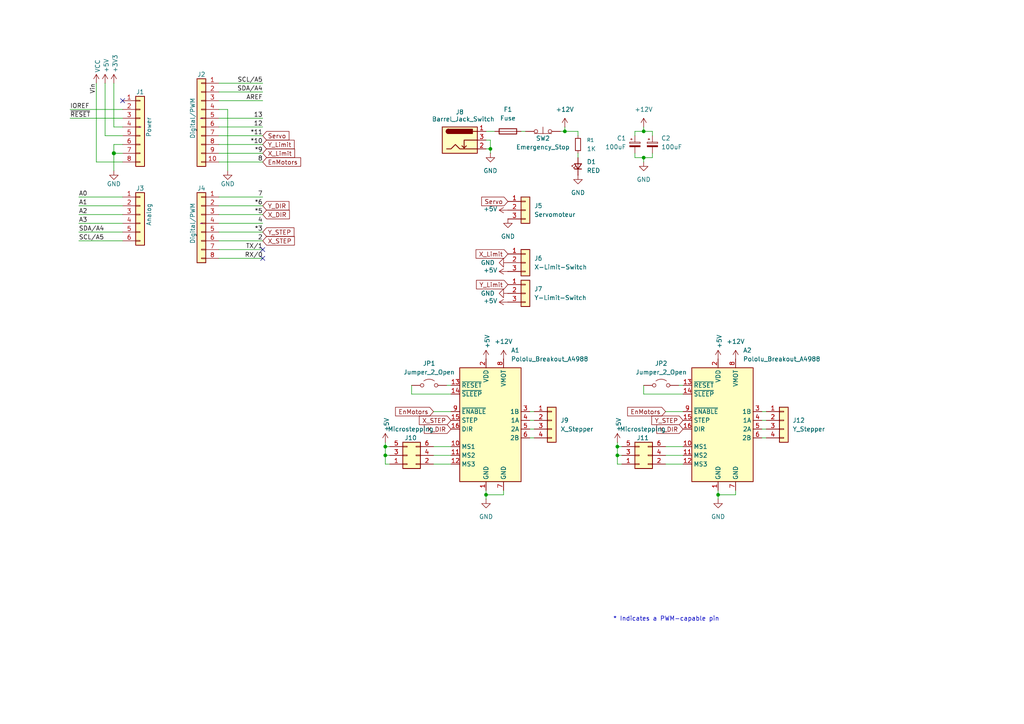
<source format=kicad_sch>
(kicad_sch (version 20250114) (generator "eeschema") (generator_version "9.0")
  (paper "A4")
  (title_block (date "mar. 31 mars 2015"))
  (lib_symbols
    (symbol "Connector:Barrel_Jack_Switch" (pin_names (hide yes))
      (property "Reference" "J" (at 0 5.334 0))
      (property "Value" "Barrel_Jack_Switch" (at 0 -5.08 0))
      (symbol "Barrel_Jack_Switch_0_1"
        (rectangle (start -5.08 3.81) (end 5.08 -3.81) (stroke (width 0.254)) (fill (type background)))
        (polyline (pts (xy -3.81 -2.54) (xy -2.54 -2.54) (xy -1.27 -1.27) (xy 0 -2.54) (xy 2.54 -2.54) (xy 5.08 -2.54)) (stroke (width 0.254)))
        (arc (start -3.302 1.905) (mid -3.9343 2.54) (end -3.302 3.175) (stroke (width 0.254)))
        (arc (start -3.302 1.905) (mid -3.9343 2.54) (end -3.302 3.175) (stroke (width 0.254)) (fill (type outline)))
        (polyline (pts (xy 1.27 -2.286) (xy 1.905 -1.651)) (stroke (width 0.254)))
        (rectangle (start 3.683 3.175) (end -3.302 1.905) (stroke (width 0.254)) (fill (type outline)))
        (polyline (pts (xy 5.08 2.54) (xy 3.81 2.54)) (stroke (width 0.254)))
        (polyline (pts (xy 5.08 0) (xy 1.27 0) (xy 1.27 -2.286) (xy 0.635 -1.651)) (stroke (width 0.254)))
      )
      (symbol "Barrel_Jack_Switch_1_1"
        (pin passive line (at 7.62 2.54 180) (length 2.54) (name "~") (number "1"))
        (pin passive line (at 7.62 0 180) (length 2.54) (name "~") (number "3"))
        (pin passive line (at 7.62 -2.54 180) (length 2.54) (name "~") (number "2"))
      )
    )
    (symbol "Connector_Generic:Conn_01x03" (pin_names (offset 1.016) (hide yes))
      (property "Reference" "J" (at 0 5.08 0))
      (property "Value" "Conn_01x03" (at 0 -5.08 0))
      (symbol "Conn_01x03_1_1"
        (rectangle (start -1.27 3.81) (end 1.27 -3.81) (stroke (width 0.254)) (fill (type background)))
        (rectangle (start -1.27 2.667) (end 0 2.413) (stroke (width 0.1524)))
        (rectangle (start -1.27 0.127) (end 0 -0.127) (stroke (width 0.1524)))
        (rectangle (start -1.27 -2.413) (end 0 -2.667) (stroke (width 0.1524)))
        (pin passive line (at -5.08 2.54 0) (length 3.81) (name "Pin_1") (number "1"))
        (pin passive line (at -5.08 0 0) (length 3.81) (name "Pin_2") (number "2"))
        (pin passive line (at -5.08 -2.54 0) (length 3.81) (name "Pin_3") (number "3"))
      )
    )
    (symbol "Connector_Generic:Conn_01x04" (pin_names (offset 1.016) (hide yes))
      (property "Reference" "J" (at 0 5.08 0))
      (property "Value" "Conn_01x04" (at 0 -7.62 0))
      (symbol "Conn_01x04_1_1"
        (rectangle (start -1.27 3.81) (end 1.27 -6.35) (stroke (width 0.254)) (fill (type background)))
        (rectangle (start -1.27 2.667) (end 0 2.413) (stroke (width 0.1524)))
        (rectangle (start -1.27 0.127) (end 0 -0.127) (stroke (width 0.1524)))
        (rectangle (start -1.27 -2.413) (end 0 -2.667) (stroke (width 0.1524)))
        (rectangle (start -1.27 -4.953) (end 0 -5.207) (stroke (width 0.1524)))
        (pin passive line (at -5.08 2.54 0) (length 3.81) (name "Pin_1") (number "1"))
        (pin passive line (at -5.08 0 0) (length 3.81) (name "Pin_2") (number "2"))
        (pin passive line (at -5.08 -2.54 0) (length 3.81) (name "Pin_3") (number "3"))
        (pin passive line (at -5.08 -5.08 0) (length 3.81) (name "Pin_4") (number "4"))
      )
    )
    (symbol "Connector_Generic:Conn_01x06" (pin_names (offset 1.016) (hide yes))
      (property "Reference" "J" (at 0 7.62 0))
      (property "Value" "Conn_01x06" (at 0 -10.16 0))
      (symbol "Conn_01x06_1_1"
        (rectangle (start -1.27 6.35) (end 1.27 -8.89) (stroke (width 0.254)) (fill (type background)))
        (rectangle (start -1.27 5.207) (end 0 4.953) (stroke (width 0.1524)))
        (rectangle (start -1.27 2.667) (end 0 2.413) (stroke (width 0.1524)))
        (rectangle (start -1.27 0.127) (end 0 -0.127) (stroke (width 0.1524)))
        (rectangle (start -1.27 -2.413) (end 0 -2.667) (stroke (width 0.1524)))
        (rectangle (start -1.27 -4.953) (end 0 -5.207) (stroke (width 0.1524)))
        (rectangle (start -1.27 -7.493) (end 0 -7.747) (stroke (width 0.1524)))
        (pin passive line (at -5.08 5.08 0) (length 3.81) (name "Pin_1") (number "1"))
        (pin passive line (at -5.08 2.54 0) (length 3.81) (name "Pin_2") (number "2"))
        (pin passive line (at -5.08 0 0) (length 3.81) (name "Pin_3") (number "3"))
        (pin passive line (at -5.08 -2.54 0) (length 3.81) (name "Pin_4") (number "4"))
        (pin passive line (at -5.08 -5.08 0) (length 3.81) (name "Pin_5") (number "5"))
        (pin passive line (at -5.08 -7.62 0) (length 3.81) (name "Pin_6") (number "6"))
      )
    )
    (symbol "Connector_Generic:Conn_01x08" (pin_names (offset 1.016) (hide yes))
      (property "Reference" "J" (at 0 10.16 0))
      (property "Value" "Conn_01x08" (at 0 -12.7 0))
      (symbol "Conn_01x08_1_1"
        (rectangle (start -1.27 8.89) (end 1.27 -11.43) (stroke (width 0.254)) (fill (type background)))
        (rectangle (start -1.27 7.747) (end 0 7.493) (stroke (width 0.1524)))
        (rectangle (start -1.27 5.207) (end 0 4.953) (stroke (width 0.1524)))
        (rectangle (start -1.27 2.667) (end 0 2.413) (stroke (width 0.1524)))
        (rectangle (start -1.27 0.127) (end 0 -0.127) (stroke (width 0.1524)))
        (rectangle (start -1.27 -2.413) (end 0 -2.667) (stroke (width 0.1524)))
        (rectangle (start -1.27 -4.953) (end 0 -5.207) (stroke (width 0.1524)))
        (rectangle (start -1.27 -7.493) (end 0 -7.747) (stroke (width 0.1524)))
        (rectangle (start -1.27 -10.033) (end 0 -10.287) (stroke (width 0.1524)))
        (pin passive line (at -5.08 7.62 0) (length 3.81) (name "Pin_1") (number "1"))
        (pin passive line (at -5.08 5.08 0) (length 3.81) (name "Pin_2") (number "2"))
        (pin passive line (at -5.08 2.54 0) (length 3.81) (name "Pin_3") (number "3"))
        (pin passive line (at -5.08 0 0) (length 3.81) (name "Pin_4") (number "4"))
        (pin passive line (at -5.08 -2.54 0) (length 3.81) (name "Pin_5") (number "5"))
        (pin passive line (at -5.08 -5.08 0) (length 3.81) (name "Pin_6") (number "6"))
        (pin passive line (at -5.08 -7.62 0) (length 3.81) (name "Pin_7") (number "7"))
        (pin passive line (at -5.08 -10.16 0) (length 3.81) (name "Pin_8") (number "8"))
      )
    )
    (symbol "Connector_Generic:Conn_01x10" (pin_names (offset 1.016) (hide yes))
      (property "Reference" "J" (at 0 12.7 0))
      (property "Value" "Conn_01x10" (at 0 -15.24 0))
      (symbol "Conn_01x10_1_1"
        (rectangle (start -1.27 11.43) (end 1.27 -13.97) (stroke (width 0.254)) (fill (type background)))
        (rectangle (start -1.27 10.287) (end 0 10.033) (stroke (width 0.1524)))
        (rectangle (start -1.27 7.747) (end 0 7.493) (stroke (width 0.1524)))
        (rectangle (start -1.27 5.207) (end 0 4.953) (stroke (width 0.1524)))
        (rectangle (start -1.27 2.667) (end 0 2.413) (stroke (width 0.1524)))
        (rectangle (start -1.27 0.127) (end 0 -0.127) (stroke (width 0.1524)))
        (rectangle (start -1.27 -2.413) (end 0 -2.667) (stroke (width 0.1524)))
        (rectangle (start -1.27 -4.953) (end 0 -5.207) (stroke (width 0.1524)))
        (rectangle (start -1.27 -7.493) (end 0 -7.747) (stroke (width 0.1524)))
        (rectangle (start -1.27 -10.033) (end 0 -10.287) (stroke (width 0.1524)))
        (rectangle (start -1.27 -12.573) (end 0 -12.827) (stroke (width 0.1524)))
        (pin passive line (at -5.08 10.16 0) (length 3.81) (name "Pin_1") (number "1"))
        (pin passive line (at -5.08 7.62 0) (length 3.81) (name "Pin_2") (number "2"))
        (pin passive line (at -5.08 5.08 0) (length 3.81) (name "Pin_3") (number "3"))
        (pin passive line (at -5.08 2.54 0) (length 3.81) (name "Pin_4") (number "4"))
        (pin passive line (at -5.08 0 0) (length 3.81) (name "Pin_5") (number "5"))
        (pin passive line (at -5.08 -2.54 0) (length 3.81) (name "Pin_6") (number "6"))
        (pin passive line (at -5.08 -5.08 0) (length 3.81) (name "Pin_7") (number "7"))
        (pin passive line (at -5.08 -7.62 0) (length 3.81) (name "Pin_8") (number "8"))
        (pin passive line (at -5.08 -10.16 0) (length 3.81) (name "Pin_9") (number "9"))
        (pin passive line (at -5.08 -12.7 0) (length 3.81) (name "Pin_10") (number "10"))
      )
    )
    (symbol "Connector_Generic:Conn_02x03_Odd_Even" (pin_names (offset 1.016) (hide yes))
      (property "Reference" "J" (at 1.27 5.08 0))
      (property "Value" "Conn_02x03_Odd_Even" (at 1.27 -5.08 0))
      (symbol "Conn_02x03_Odd_Even_1_1"
        (rectangle (start -1.27 3.81) (end 3.81 -3.81) (stroke (width 0.254)) (fill (type background)))
        (rectangle (start -1.27 2.667) (end 0 2.413) (stroke (width 0.1524)))
        (rectangle (start -1.27 0.127) (end 0 -0.127) (stroke (width 0.1524)))
        (rectangle (start -1.27 -2.413) (end 0 -2.667) (stroke (width 0.1524)))
        (rectangle (start 3.81 2.667) (end 2.54 2.413) (stroke (width 0.1524)))
        (rectangle (start 3.81 0.127) (end 2.54 -0.127) (stroke (width 0.1524)))
        (rectangle (start 3.81 -2.413) (end 2.54 -2.667) (stroke (width 0.1524)))
        (pin passive line (at -5.08 2.54 0) (length 3.81) (name "Pin_1") (number "1"))
        (pin passive line (at -5.08 0 0) (length 3.81) (name "Pin_3") (number "3"))
        (pin passive line (at -5.08 -2.54 0) (length 3.81) (name "Pin_5") (number "5"))
        (pin passive line (at 7.62 2.54 180) (length 3.81) (name "Pin_2") (number "2"))
        (pin passive line (at 7.62 0 180) (length 3.81) (name "Pin_4") (number "4"))
        (pin passive line (at 7.62 -2.54 180) (length 3.81) (name "Pin_6") (number "6"))
      )
    )
    (symbol "Device:C_Polarized_Small" (pin_numbers (hide yes)) (pin_names (offset 0.254) (hide yes))
      (property "Reference" "C" (at 0.254 1.778 0))
      (property "Value" "C_Polarized_Small" (at 0.254 -2.032 0))
      (symbol "C_Polarized_Small_0_1"
        (rectangle (start -1.524 0.6858) (end 1.524 0.3048))
        (rectangle (start -1.524 -0.3048) (end 1.524 -0.6858) (fill (type outline)))
        (polyline (pts (xy -1.27 1.524) (xy -0.762 1.524)))
        (polyline (pts (xy -1.016 1.27) (xy -1.016 1.778)))
      )
      (symbol "C_Polarized_Small_1_1"
        (pin passive line (at 0 2.54 270) (length 1.8542) (name "~") (number "1"))
        (pin passive line (at 0 -2.54 90) (length 1.8542) (name "~") (number "2"))
      )
    )
    (symbol "Device:Fuse" (pin_numbers (hide yes)) (pin_names (offset 0))
      (property "Reference" "F" (at 2.032 0 90))
      (property "Value" "Fuse" (at -1.905 0 90))
      (symbol "Fuse_0_1"
        (rectangle (start -0.762 -2.54) (end 0.762 2.54) (stroke (width 0.254)))
        (polyline (pts (xy 0 2.54) (xy 0 -2.54)))
      )
      (symbol "Fuse_1_1"
        (pin passive line (at 0 3.81 270) (length 1.27) (name "~") (number "1"))
        (pin passive line (at 0 -3.81 90) (length 1.27) (name "~") (number "2"))
      )
    )
    (symbol "Device:LED_Small" (pin_numbers (hide yes)) (pin_names (offset 0.254) (hide yes))
      (property "Reference" "D" (at -1.27 3.175 0))
      (property "Value" "LED_Small" (at -4.445 -2.54 0))
      (symbol "LED_Small_0_1"
        (polyline (pts (xy -0.762 -1.016) (xy -0.762 1.016)) (stroke (width 0.254)))
        (polyline (pts (xy 0 0.762) (xy -0.508 1.27) (xy -0.254 1.27) (xy -0.508 1.27) (xy -0.508 1.016)))
        (polyline (pts (xy 0.508 1.27) (xy 0 1.778) (xy 0.254 1.778) (xy 0 1.778) (xy 0 1.524)))
        (polyline (pts (xy 0.762 -1.016) (xy -0.762 0) (xy 0.762 1.016) (xy 0.762 -1.016)) (stroke (width 0.254)))
        (polyline (pts (xy 1.016 0) (xy -0.762 0)))
      )
      (symbol "LED_Small_1_1"
        (pin passive line (at -2.54 0 0) (length 1.778) (name "K") (number "1"))
        (pin passive line (at 2.54 0 180) (length 1.778) (name "A") (number "2"))
      )
    )
    (symbol "Device:R_Small" (pin_numbers (hide yes)) (pin_names (offset 0.254) (hide yes))
      (property "Reference" "R" (at 0 0 90))
      (property "Value" "R_Small" (at 1.778 0 90))
      (symbol "R_Small_0_1"
        (rectangle (start -0.762 1.778) (end 0.762 -1.778) (stroke (width 0.2032)))
      )
      (symbol "R_Small_1_1"
        (pin passive line (at 0 2.54 270) (length 0.762) (name "~") (number "1"))
        (pin passive line (at 0 -2.54 90) (length 0.762) (name "~") (number "2"))
      )
    )
    (symbol "Driver_Motor:Pololu_Breakout_A4988"
      (property "Reference" "A" (at -2.54 19.05 0))
      (property "Value" "Pololu_Breakout_A4988" (at -2.54 16.51 0))
      (symbol "Pololu_Breakout_A4988_0_1"
        (rectangle (start 10.16 -17.78) (end -7.62 15.24) (stroke (width 0.254)) (fill (type background)))
      )
      (symbol "Pololu_Breakout_A4988_1_1"
        (pin input line (at -10.16 10.16 0) (length 2.54) (name "~{RESET}") (number "13"))
        (pin input line (at -10.16 7.62 0) (length 2.54) (name "~{SLEEP}") (number "14"))
        (pin input line (at -10.16 2.54 0) (length 2.54) (name "~{ENABLE}") (number "9"))
        (pin input line (at -10.16 0 0) (length 2.54) (name "STEP") (number "15"))
        (pin input line (at -10.16 -2.54 0) (length 2.54) (name "DIR") (number "16"))
        (pin input line (at -10.16 -7.62 0) (length 2.54) (name "MS1") (number "10"))
        (pin input line (at -10.16 -10.16 0) (length 2.54) (name "MS2") (number "11"))
        (pin input line (at -10.16 -12.7 0) (length 2.54) (name "MS3") (number "12"))
        (pin power_in line (at 0 17.78 270) (length 2.54) (name "VDD") (number "2"))
        (pin power_in line (at 0 -20.32 90) (length 2.54) (name "GND") (number "1"))
        (pin power_in line (at 5.08 17.78 270) (length 2.54) (name "VMOT") (number "8"))
        (pin power_in line (at 5.08 -20.32 90) (length 2.54) (name "GND") (number "7"))
        (pin output line (at 12.7 2.54 180) (length 2.54) (name "1B") (number "3"))
        (pin output line (at 12.7 0 180) (length 2.54) (name "1A") (number "4"))
        (pin output line (at 12.7 -2.54 180) (length 2.54) (name "2A") (number "5"))
        (pin output line (at 12.7 -5.08 180) (length 2.54) (name "2B") (number "6"))
      )
    )
    (symbol "Jumper:Jumper_2_Open" (pin_numbers (hide yes)) (pin_names (offset 0) (hide yes))
      (property "Reference" "JP" (at 0 2.794 0))
      (property "Value" "Jumper_2_Open" (at 0 -2.286 0))
      (symbol "Jumper_2_Open_0_0"
        (circle (center -2.032 0) (radius 0.508))
        (circle (center 2.032 0) (radius 0.508))
      )
      (symbol "Jumper_2_Open_0_1"
        (arc (start -1.524 1.27) (mid 0 1.778) (end 1.524 1.27))
      )
      (symbol "Jumper_2_Open_1_1"
        (pin passive line (at -5.08 0 0) (length 2.54) (name "A") (number "1"))
        (pin passive line (at 5.08 0 180) (length 2.54) (name "B") (number "2"))
      )
    )
    (symbol "Switch:SW_Push_Open" (pin_numbers (hide yes)) (pin_names (offset 1.016) (hide yes))
      (property "Reference" "SW" (at 0 2.54 0))
      (property "Value" "SW_Push_Open" (at 0 -1.905 0))
      (symbol "SW_Push_Open_0_1"
        (polyline (pts (xy -2.54 -0.635) (xy 2.54 -0.635)))
        (circle (center -2.032 0) (radius 0.508))
        (polyline (pts (xy 0 -0.635) (xy 0 1.27)))
        (circle (center 2.032 0) (radius 0.508))
        (pin passive line (at -5.08 0 0) (length 2.54) (name "A") (number "1"))
      )
      (symbol "SW_Push_Open_1_1"
        (pin passive line (at 5.08 0 180) (length 2.54) (name "B") (number "2"))
      )
    )
    (symbol "power:+12V" (power) (pin_numbers (hide yes)) (pin_names (offset 0) (hide yes))
      (property "Value" "+12V" (at 0 3.556 0))
      (symbol "+12V_0_1"
        (polyline (pts (xy -0.762 1.27) (xy 0 2.54)))
        (polyline (pts (xy 0 2.54) (xy 0.762 1.27)))
        (polyline (pts (xy 0 0) (xy 0 2.54)))
      )
      (symbol "+12V_1_1"
        (pin power_in line (at 0 0 90) (length 0) (name "~") (number "1"))
      )
    )
    (symbol "power:+3V3" (power) (pin_numbers (hide yes)) (pin_names (offset 0) (hide yes))
      (property "Value" "+3V3" (at 0 3.556 0))
      (symbol "+3V3_0_1"
        (polyline (pts (xy -0.762 1.27) (xy 0 2.54)))
        (polyline (pts (xy 0 2.54) (xy 0.762 1.27)))
        (polyline (pts (xy 0 0) (xy 0 2.54)))
      )
      (symbol "+3V3_1_1"
        (pin power_in line (at 0 0 90) (length 0) (name "~") (number "1"))
      )
    )
    (symbol "power:+5V" (power) (pin_numbers (hide yes)) (pin_names (offset 0) (hide yes))
      (property "Value" "+5V" (at 0 3.556 0))
      (symbol "+5V_0_1"
        (polyline (pts (xy -0.762 1.27) (xy 0 2.54)))
        (polyline (pts (xy 0 2.54) (xy 0.762 1.27)))
        (polyline (pts (xy 0 0) (xy 0 2.54)))
      )
      (symbol "+5V_1_1"
        (pin power_in line (at 0 0 90) (length 0) (name "~") (number "1"))
      )
    )
    (symbol "power:GND" (power) (pin_numbers (hide yes)) (pin_names (offset 0) (hide yes))
      (property "Value" "GND" (at 0 -3.81 0))
      (symbol "GND_0_1"
        (polyline (pts (xy 0 0) (xy 0 -1.27) (xy 1.27 -1.27) (xy 0 -2.54) (xy -1.27 -1.27) (xy 0 -1.27)))
      )
      (symbol "GND_1_1"
        (pin power_in line (at 0 0 270) (length 0) (name "~") (number "1"))
      )
    )
    (symbol "power:VCC" (power) (pin_numbers (hide yes)) (pin_names (offset 0) (hide yes))
      (property "Value" "VCC" (at 0 3.556 0))
      (symbol "VCC_0_1"
        (polyline (pts (xy -0.762 1.27) (xy 0 2.54)))
        (polyline (pts (xy 0 2.54) (xy 0.762 1.27)))
        (polyline (pts (xy 0 0) (xy 0 2.54)))
      )
      (symbol "VCC_1_1"
        (pin power_in line (at 0 0 90) (length 0) (name "~") (number "1"))
      )
    )
  )
  (text "* Indicates a PWM-capable pin" (at 177.8 180.34 0) (effects (font (size 1.27 1.27)) (justify left bottom)))
  (junction (at 186.69 38.1))
  (junction (at 33.02 44.45) (diameter 1.016))
  (junction (at 179.07 129.54))
  (junction (at 163.83 38.1))
  (junction (at 111.76 132.08))
  (junction (at 142.24 43.18))
  (junction (at 179.07 132.08))
  (junction (at 140.97 143.51))
  (junction (at 208.28 143.51))
  (junction (at 111.76 129.54))
  (junction (at 186.69 45.72))
  (no_connect (at 76.2 74.93))
  (no_connect (at 76.2 72.39))
  (no_connect (at 35.56 29.21))
  (wire (pts (xy 63.5 74.93) (xy 76.2 74.93)))
  (wire (pts (xy 184.15 44.45) (xy 184.15 45.72)))
  (wire (pts (xy 208.28 144.78) (xy 208.28 143.51)))
  (wire (pts (xy 125.73 134.62) (xy 130.81 134.62)))
  (wire (pts (xy 111.76 128.27) (xy 111.76 129.54)))
  (wire (pts (xy 63.5 41.91) (xy 76.2 41.91)))
  (wire (pts (xy 140.97 142.24) (xy 140.97 143.51)))
  (wire (pts (xy 222.25 121.92) (xy 220.98 121.92)))
  (wire (pts (xy 63.5 24.13) (xy 76.2 24.13)))
  (wire (pts (xy 186.69 114.3) (xy 186.69 111.76)))
  (wire (pts (xy 33.02 41.91) (xy 33.02 44.45)))
  (wire (pts (xy 140.97 38.1) (xy 143.51 38.1)))
  (wire (pts (xy 184.15 45.72) (xy 186.69 45.72)))
  (wire (pts (xy 22.86 69.85) (xy 35.56 69.85)))
  (wire (pts (xy 142.24 44.45) (xy 142.24 43.18)))
  (wire (pts (xy 119.38 114.3) (xy 130.81 114.3)))
  (wire (pts (xy 33.02 44.45) (xy 33.02 49.53)))
  (wire (pts (xy 179.07 129.54) (xy 180.34 129.54)))
  (wire (pts (xy 33.02 36.83) (xy 35.56 36.83)))
  (wire (pts (xy 193.04 119.38) (xy 198.12 119.38)))
  (wire (pts (xy 208.28 142.24) (xy 208.28 143.51)))
  (wire (pts (xy 30.48 39.37) (xy 35.56 39.37)))
  (wire (pts (xy 193.04 132.08) (xy 198.12 132.08)))
  (wire (pts (xy 167.64 39.37) (xy 167.64 38.1)))
  (wire (pts (xy 30.48 24.13) (xy 30.48 39.37)))
  (wire (pts (xy 180.34 134.62) (xy 179.07 134.62)))
  (wire (pts (xy 63.5 34.29) (xy 76.2 34.29)))
  (wire (pts (xy 125.73 129.54) (xy 130.81 129.54)))
  (wire (pts (xy 33.02 24.13) (xy 33.02 36.83)))
  (wire (pts (xy 63.5 57.15) (xy 76.2 57.15)))
  (wire (pts (xy 35.56 57.15) (xy 22.86 57.15)))
  (wire (pts (xy 111.76 132.08) (xy 113.03 132.08)))
  (wire (pts (xy 154.94 127) (xy 153.67 127)))
  (wire (pts (xy 63.5 36.83) (xy 76.2 36.83)))
  (wire (pts (xy 63.5 59.69) (xy 76.2 59.69)))
  (wire (pts (xy 140.97 40.64) (xy 142.24 40.64)))
  (wire (pts (xy 179.07 132.08) (xy 179.07 134.62)))
  (wire (pts (xy 142.24 43.18) (xy 140.97 43.18)))
  (wire (pts (xy 142.24 40.64) (xy 142.24 43.18)))
  (wire (pts (xy 63.5 44.45) (xy 76.2 44.45)))
  (wire (pts (xy 125.73 119.38) (xy 130.81 119.38)))
  (wire (pts (xy 154.94 121.92) (xy 153.67 121.92)))
  (wire (pts (xy 179.07 128.27) (xy 179.07 129.54)))
  (wire (pts (xy 111.76 129.54) (xy 111.76 132.08)))
  (wire (pts (xy 63.5 64.77) (xy 76.2 64.77)))
  (wire (pts (xy 222.25 127) (xy 220.98 127)))
  (wire (pts (xy 189.23 39.37) (xy 189.23 38.1)))
  (wire (pts (xy 20.32 31.75) (xy 35.56 31.75)))
  (wire (pts (xy 193.04 134.62) (xy 198.12 134.62)))
  (wire (pts (xy 129.54 111.76) (xy 130.81 111.76)))
  (wire (pts (xy 66.04 31.75) (xy 66.04 49.53)))
  (wire (pts (xy 213.36 143.51) (xy 208.28 143.51)))
  (wire (pts (xy 184.15 38.1) (xy 186.69 38.1)))
  (wire (pts (xy 63.5 29.21) (xy 76.2 29.21)))
  (wire (pts (xy 167.64 38.1) (xy 163.83 38.1)))
  (wire (pts (xy 35.56 62.23) (xy 22.86 62.23)))
  (wire (pts (xy 20.32 34.29) (xy 35.56 34.29)))
  (wire (pts (xy 35.56 44.45) (xy 33.02 44.45)))
  (wire (pts (xy 189.23 44.45) (xy 189.23 45.72)))
  (wire (pts (xy 186.69 45.72) (xy 186.69 46.99)))
  (wire (pts (xy 154.94 119.38) (xy 153.67 119.38)))
  (wire (pts (xy 35.56 46.99) (xy 27.94 46.99)))
  (wire (pts (xy 22.86 59.69) (xy 35.56 59.69)))
  (wire (pts (xy 111.76 129.54) (xy 113.03 129.54)))
  (wire (pts (xy 186.69 45.72) (xy 189.23 45.72)))
  (wire (pts (xy 184.15 39.37) (xy 184.15 38.1)))
  (wire (pts (xy 186.69 38.1) (xy 189.23 38.1)))
  (wire (pts (xy 146.05 143.51) (xy 140.97 143.51)))
  (wire (pts (xy 193.04 129.54) (xy 198.12 129.54)))
  (wire (pts (xy 63.5 31.75) (xy 66.04 31.75)))
  (wire (pts (xy 179.07 129.54) (xy 179.07 132.08)))
  (wire (pts (xy 35.56 41.91) (xy 33.02 41.91)))
  (wire (pts (xy 222.25 124.46) (xy 220.98 124.46)))
  (wire (pts (xy 111.76 132.08) (xy 111.76 134.62)))
  (wire (pts (xy 63.5 39.37) (xy 76.2 39.37)))
  (wire (pts (xy 140.97 144.78) (xy 140.97 143.51)))
  (wire (pts (xy 186.69 114.3) (xy 198.12 114.3)))
  (wire (pts (xy 113.03 134.62) (xy 111.76 134.62)))
  (wire (pts (xy 163.83 38.1) (xy 163.83 36.83)))
  (wire (pts (xy 63.5 62.23) (xy 76.2 62.23)))
  (wire (pts (xy 125.73 132.08) (xy 130.81 132.08)))
  (wire (pts (xy 154.94 124.46) (xy 153.67 124.46)))
  (wire (pts (xy 22.86 64.77) (xy 35.56 64.77)))
  (wire (pts (xy 213.36 142.24) (xy 213.36 143.51)))
  (wire (pts (xy 167.64 44.45) (xy 167.64 45.72)))
  (wire (pts (xy 222.25 119.38) (xy 220.98 119.38)))
  (wire (pts (xy 63.5 26.67) (xy 76.2 26.67)))
  (wire (pts (xy 162.56 38.1) (xy 163.83 38.1)))
  (wire (pts (xy 63.5 69.85) (xy 76.2 69.85)))
  (wire (pts (xy 151.13 38.1) (xy 152.4 38.1)))
  (wire (pts (xy 63.5 67.31) (xy 76.2 67.31)))
  (wire (pts (xy 146.05 142.24) (xy 146.05 143.51)))
  (wire (pts (xy 186.69 36.83) (xy 186.69 38.1)))
  (wire (pts (xy 63.5 72.39) (xy 76.2 72.39)))
  (wire (pts (xy 27.94 46.99) (xy 27.94 24.13)))
  (wire (pts (xy 196.85 111.76) (xy 198.12 111.76)))
  (wire (pts (xy 35.56 67.31) (xy 22.86 67.31)))
  (wire (pts (xy 119.38 114.3) (xy 119.38 111.76)))
  (wire (pts (xy 179.07 132.08) (xy 180.34 132.08)))
  (wire (pts (xy 63.5 46.99) (xy 76.2 46.99)))
  (label "RX{slash}0" (at 76.2 74.93 180))
  (label "A2" (at 22.86 62.23 0))
  (label "4" (at 76.2 64.77 180))
  (label "2" (at 76.2 69.85 180))
  (label "A3" (at 22.86 64.77 0))
  (label "13" (at 76.2 34.29 180))
  (label "12" (at 76.2 36.83 180))
  (label "~{RESET}" (at 20.32 34.29 0))
  (label "*10" (at 76.2 41.91 180))
  (label "7" (at 76.2 57.15 180))
  (label "SDA{slash}A4" (at 76.2 26.67 180))
  (label "8" (at 76.2 46.99 180))
  (label "*11" (at 76.2 39.37 180))
  (label "*3" (at 76.2 67.31 180))
  (label "A1" (at 22.86 59.69 0))
  (label "TX{slash}1" (at 76.2 72.39 180))
  (label "A0" (at 22.86 57.15 0))
  (label "AREF" (at 76.2 29.21 180))
  (label "Vin" (at 27.94 24.13 270))
  (label "*6" (at 76.2 59.69 180))
  (label "SCL{slash}A5" (at 76.2 24.13 180))
  (label "*9" (at 76.2 44.45 180))
  (label "*5" (at 76.2 62.23 180))
  (label "IOREF" (at 20.32 31.75 0))
  (label "SDA{slash}A4" (at 22.86 67.31 0))
  (label "SCL{slash}A5" (at 22.86 69.85 0))
  (global_label "Servo" (shape input) (at 76.2 39.37 0) (property "Intersheetrefs" "${INTERSHEET_REFS}" (effects (hide yes))))
  (global_label "Y_DIR" (shape input) (at 76.2 59.69 0) (property "Intersheetrefs" "${INTERSHEET_REFS}" (effects (hide yes))))
  (global_label "EnMotors" (shape input) (at 125.73 119.38 180) (property "Intersheetrefs" "${INTERSHEET_REFS}" (effects (hide yes))))
  (global_label "X_DIR" (shape input) (at 76.2 62.23 0) (property "Intersheetrefs" "${INTERSHEET_REFS}" (effects (hide yes))))
  (global_label "X_STEP" (shape input) (at 76.2 69.85 0) (property "Intersheetrefs" "${INTERSHEET_REFS}" (effects (hide yes))))
  (global_label "Y_STEP" (shape input) (at 198.12 121.92 180) (property "Intersheetrefs" "${INTERSHEET_REFS}" (effects (hide yes))))
  (global_label "Y_STEP" (shape input) (at 76.2 67.31 0) (property "Intersheetrefs" "${INTERSHEET_REFS}" (effects (hide yes))))
  (global_label "Y_Limit" (shape input) (at 147.32 82.55 180) (property "Intersheetrefs" "${INTERSHEET_REFS}" (effects (hide yes))))
  (global_label "X_DIR" (shape input) (at 130.81 124.46 180) (property "Intersheetrefs" "${INTERSHEET_REFS}" (effects (hide yes))))
  (global_label "EnMotors" (shape input) (at 76.2 46.99 0) (property "Intersheetrefs" "${INTERSHEET_REFS}" (effects (hide yes))))
  (global_label "X_STEP" (shape input) (at 130.81 121.92 180) (property "Intersheetrefs" "${INTERSHEET_REFS}" (effects (hide yes))))
  (global_label "X_Limit" (shape input) (at 147.32 73.66 180) (property "Intersheetrefs" "${INTERSHEET_REFS}" (effects (hide yes))))
  (global_label "Y_DIR" (shape input) (at 198.12 124.46 180) (property "Intersheetrefs" "${INTERSHEET_REFS}" (effects (hide yes))))
  (global_label "EnMotors" (shape input) (at 193.04 119.38 180) (property "Intersheetrefs" "${INTERSHEET_REFS}" (effects (hide yes))))
  (global_label "Servo" (shape input) (at 147.32 58.42 180) (property "Intersheetrefs" "${INTERSHEET_REFS}" (effects (hide yes))))
  (global_label "X_Limit" (shape input) (at 76.2 44.45 0) (property "Intersheetrefs" "${INTERSHEET_REFS}" (effects (hide yes))))
  (global_label "Y_Limit" (shape input) (at 76.2 41.91 0) (property "Intersheetrefs" "${INTERSHEET_REFS}" (effects (hide yes))))
  (symbol (lib_id "Connector_Generic:Conn_01x08") (at 40.64 36.83 0) (unit 1)
    (property "Reference" "J1" (at 40.64 26.67 0))
    (property "Value" "Power" (at 43.18 36.83 90))
    (property "Footprint" "Connector_PinSocket_2.54mm:PinSocket_1x08_P2.54mm_Vertical" (effects (hide yes)))
    (property "Datasheet" "~" (at 40.64 36.83 0))
    (property "Description" "Generic connector, single row, 01x08, script generated (kicad-library-utils/schlib/autogen/connector/)" (effects (hide yes)))
  )
  (symbol (lib_id "power:+3V3") (at 33.02 24.13 0) (unit 1)
    (property "Reference" "#PWR03" (effects (hide yes)))
    (property "Value" "+3V3" (at 33.401 21.082 90) (effects (justify left)))
    (property "Description" "Power symbol creates a global label with name \"+3V3\"" (effects (hide yes)))
  )
  (symbol (lib_id "power:+5V") (at 30.48 24.13 0) (unit 1)
    (property "Reference" "#PWR02" (effects (hide yes)))
    (property "Value" "+5V" (at 30.8356 21.082 90) (effects (justify left)))
    (property "Description" "Power symbol creates a global label with name \"+5V\"" (effects (hide yes)))
  )
  (symbol (lib_id "power:GND") (at 33.02 49.53 0) (unit 1)
    (property "Reference" "#PWR04" (effects (hide yes)))
    (property "Value" "GND" (at 33.02 53.34 0))
    (property "Description" "Power symbol creates a global label with name \"GND\" , ground" (effects (hide yes)))
  )
  (symbol (lib_id "Connector_Generic:Conn_01x10") (at 58.42 34.29 0) (mirror y) (unit 1)
    (property "Reference" "J2" (at 58.42 21.59 0))
    (property "Value" "Digital/PWM" (at 55.88 34.29 90))
    (property "Footprint" "Connector_PinSocket_2.54mm:PinSocket_1x10_P2.54mm_Vertical" (effects (hide yes)))
    (property "Datasheet" "~" (at 58.42 34.29 0))
    (property "Description" "Generic connector, single row, 01x10, script generated (kicad-library-utils/schlib/autogen/connector/)" (effects (hide yes)))
  )
  (symbol (lib_id "power:GND") (at 66.04 49.53 0) (unit 1)
    (property "Reference" "#PWR05" (effects (hide yes)))
    (property "Value" "GND" (at 66.04 53.34 0))
    (property "Description" "Power symbol creates a global label with name \"GND\" , ground" (effects (hide yes)))
  )
  (symbol (lib_id "Connector_Generic:Conn_01x06") (at 40.64 62.23 0) (unit 1)
    (property "Reference" "J3" (at 40.64 54.61 0))
    (property "Value" "Analog" (at 43.18 62.23 90))
    (property "Footprint" "Connector_PinSocket_2.54mm:PinSocket_1x06_P2.54mm_Vertical" (effects (hide yes)))
    (property "Description" "Generic connector, single row, 01x06, script generated (kicad-library-utils/schlib/autogen/connector/)" (effects (hide yes)))
  )
  (symbol (lib_id "Connector_Generic:Conn_01x08") (at 58.42 64.77 0) (mirror y) (unit 1)
    (property "Reference" "J4" (at 58.42 54.61 0))
    (property "Value" "Digital/PWM" (at 55.88 64.77 90))
    (property "Footprint" "Connector_PinSocket_2.54mm:PinSocket_1x08_P2.54mm_Vertical" (effects (hide yes)))
    (property "Datasheet" "~" (at 58.42 64.77 0))
    (property "Description" "Generic connector, single row, 01x08, script generated (kicad-library-utils/schlib/autogen/connector/)" (effects (hide yes)))
  )
  (symbol (lib_id "power:+5V") (at 208.28 104.14 0) (unit 1)
    (property "Reference" "#PWR021" (effects (hide yes)))
    (property "Value" "+5V" (at 208.6356 101.092 90) (effects (justify left)))
    (property "Description" "Power symbol creates a global label with name \"+5V\"" (effects (hide yes)))
  )
  (symbol (lib_id "power:GND") (at 140.97 144.78 0) (unit 1)
    (property "Reference" "#PWR014" (effects (hide yes)))
    (property "Value" "GND" (at 140.97 149.86 0))
    (property "Description" "Power symbol creates a global label with name \"GND\" , ground" (effects (hide yes)))
  )
  (symbol (lib_id "power:+5V") (at 147.32 87.63 90) (unit 1)
    (property "Reference" "#PWR013" (effects (hide yes)))
    (property "Value" "+5V" (at 144.272 87.2744 90) (effects (justify left)))
    (property "Description" "Power symbol creates a global label with name \"+5V\"" (effects (hide yes)))
  )
  (symbol (lib_id "Device:C_Polarized_Small") (at 184.15 41.91 0) (unit 1)
    (property "Reference" "C1" (at 181.61 40.0938 0) (effects (justify right)))
    (property "Value" "100uF" (at 181.61 42.6338 0) (effects (justify right)))
    (property "Description" "Polarized capacitor, small symbol" (effects (hide yes)))
  )
  (symbol (lib_id "Device:LED_Small") (at 167.64 48.26 90) (unit 1)
    (property "Reference" "D1" (at 170.18 46.9264 90) (effects (justify right)))
    (property "Value" "RED" (at 170.18 49.4664 90) (effects (justify right)))
    (property "Footprint" "LED_THT:LED_D5.0mm" (effects (hide yes)))
    (property "Description" "Light emitting diode, small symbol" (effects (hide yes)))
    (property "Sim.Pin" "1=K 2=A" (effects (hide yes)))
  )
  (symbol (lib_id "Device:Fuse") (at 147.32 38.1 90) (unit 1)
    (property "Reference" "F1" (at 147.32 31.75 90))
    (property "Value" "Fuse" (at 147.32 34.29 90))
    (property "Footprint" "Fuse:Fuseholder_Blade_Mini_Keystone_3568" (effects (hide yes)))
    (property "Description" "Fuse" (effects (hide yes)))
  )
  (symbol (lib_id "Connector:Barrel_Jack_Switch") (at 133.35 40.64 0) (unit 1)
    (property "Reference" "J8" (at 133.35 32.512 0))
    (property "Value" "Barrel_Jack_Switch" (at 134.366 34.544 0))
    (property "Footprint" "Connector_BarrelJack:BarrelJack_Horizontal" (effects (hide yes)))
    (property "Description" "DC Barrel Jack with an internal switch" (effects (hide yes)))
  )
  (symbol (lib_id "Device:C_Polarized_Small") (at 189.23 41.91 0) (unit 1)
    (property "Reference" "C2" (at 191.77 40.0938 0) (effects (justify left)))
    (property "Value" "100uF" (at 191.77 42.6338 0) (effects (justify left)))
    (property "Description" "Polarized capacitor, small symbol" (effects (hide yes)))
  )
  (symbol (lib_id "power:+12V") (at 163.83 36.83 0) (unit 1)
    (property "Reference" "#PWR06" (effects (hide yes)))
    (property "Value" "+12V" (at 163.83 31.75 0))
    (property "Description" "Power symbol creates a global label with name \"+12V\"" (effects (hide yes)))
  )
  (symbol (lib_id "Connector_Generic:Conn_02x03_Odd_Even") (at 118.11 132.08 0) (mirror x) (unit 1)
    (property "Reference" "J10" (at 119.126 127 0))
    (property "Value" "Microstepping" (at 119.126 124.46 0))
    (property "Footprint" "Connector_PinHeader_2.54mm:PinHeader_2x03_P2.54mm_Vertical" (effects (hide yes)))
    (property "Description" "Generic connector, double row, 02x03, odd/even pin numbering scheme (row 1 odd numbers, row 2 even numbers), script generated (kicad-library-utils/schlib/autogen/connector/)" (effects (hide yes)))
  )
  (symbol (lib_id "power:GND") (at 208.28 144.78 0) (unit 1)
    (property "Reference" "#PWR022" (effects (hide yes)))
    (property "Value" "GND" (at 208.28 149.86 0))
    (property "Description" "Power symbol creates a global label with name \"GND\" , ground" (effects (hide yes)))
  )
  (symbol (lib_id "Connector_Generic:Conn_01x04") (at 227.33 121.92 0) (unit 1)
    (property "Reference" "J12" (at 229.87 121.9199 0) (effects (justify left)))
    (property "Value" "Y_Stepper" (at 229.87 124.4599 0) (effects (justify left)))
    (property "Footprint" "Connector_PinHeader_2.54mm:PinHeader_1x04_P2.54mm_Vertical" (effects (hide yes)))
    (property "Description" "Generic connector, single row, 01x04, script generated (kicad-library-utils/schlib/autogen/connector/)" (effects (hide yes)))
  )
  (symbol (lib_id "power:VCC") (at 27.94 24.13 0) (unit 1)
    (property "Reference" "#PWR01" (effects (hide yes)))
    (property "Value" "VCC" (at 28.321 21.082 90) (effects (justify left)))
    (property "Description" "Power symbol creates a global label with name \"VCC\"" (effects (hide yes)))
  )
  (symbol (lib_id "Connector_Generic:Conn_01x03") (at 152.4 60.96 0) (unit 1)
    (property "Reference" "J5" (at 154.94 59.6899 0) (effects (justify left)))
    (property "Value" "Servomoteur" (at 154.94 62.2299 0) (effects (justify left)))
    (property "Footprint" "Connector_PinHeader_2.54mm:PinHeader_1x03_P2.54mm_Vertical" (effects (hide yes)))
    (property "Description" "Generic connector, single row, 01x03, script generated (kicad-library-utils/schlib/autogen/connector/)" (effects (hide yes)))
  )
  (symbol (lib_id "Connector_Generic:Conn_02x03_Odd_Even") (at 185.42 132.08 0) (mirror x) (unit 1)
    (property "Reference" "J11" (at 186.436 127 0))
    (property "Value" "Microstepping" (at 186.436 124.46 0))
    (property "Footprint" "Connector_PinHeader_2.54mm:PinHeader_2x03_P2.54mm_Vertical" (effects (hide yes)))
    (property "Description" "Generic connector, double row, 02x03, odd/even pin numbering scheme (row 1 odd numbers, row 2 even numbers), script generated (kicad-library-utils/schlib/autogen/connector/)" (effects (hide yes)))
  )
  (symbol (lib_id "Switch:SW_Push_Open") (at 157.48 38.1 0) (mirror y) (unit 1)
    (property "Reference" "SW2" (at 157.48 40.132 0))
    (property "Value" "Emergency_Stop" (at 157.48 42.672 0))
    (property "Footprint" "TerminalBlock_Phoenix:TerminalBlock_Phoenix_MKDS-1,5-2_1x02_P5.00mm_Horizontal" (effects (hide yes)))
    (property "Description" "Push button switch, push-to-open, generic, two pins" (effects (hide yes)))
  )
  (symbol (lib_id "power:+5V") (at 179.07 128.27 0) (unit 1)
    (property "Reference" "#PWR020" (effects (hide yes)))
    (property "Value" "+5V" (at 179.4256 125.222 90) (effects (justify left)))
    (property "Description" "Power symbol creates a global label with name \"+5V\"" (effects (hide yes)))
  )
  (symbol (lib_id "Driver_Motor:Pololu_Breakout_A4988") (at 208.28 121.92 0) (unit 1)
    (property "Reference" "A2" (at 215.5033 101.6 0) (effects (justify left)))
    (property "Value" "Pololu_Breakout_A4988" (at 215.5033 104.14 0) (effects (justify left)))
    (property "Footprint" "Module:Pololu_Breakout-16_15.2x20.3mm" (effects (hide yes)))
    (property "Datasheet" "https://www.pololu.com/product/2980/pictures" (effects (hide yes)))
    (property "Description" "Pololu Breakout Board, Stepper Driver A4988" (effects (hide yes)))
  )
  (symbol (lib_id "Driver_Motor:Pololu_Breakout_A4988") (at 140.97 121.92 0) (unit 1)
    (property "Reference" "A1" (at 148.1933 101.6 0) (effects (justify left)))
    (property "Value" "Pololu_Breakout_A4988" (at 148.1933 104.14 0) (effects (justify left)))
    (property "Footprint" "Module:Pololu_Breakout-16_15.2x20.3mm" (effects (hide yes)))
    (property "Datasheet" "https://www.pololu.com/product/2980/pictures" (effects (hide yes)))
    (property "Description" "Pololu Breakout Board, Stepper Driver A4988" (effects (hide yes)))
  )
  (symbol (lib_id "power:GND") (at 186.69 46.99 0) (unit 1)
    (property "Reference" "#PWR017" (effects (hide yes)))
    (property "Value" "GND" (at 186.69 52.07 0))
    (property "Description" "Power symbol creates a global label with name \"GND\" , ground" (effects (hide yes)))
  )
  (symbol (lib_id "Jumper:Jumper_2_Open") (at 191.77 111.76 0) (unit 1)
    (property "Reference" "JP2" (at 191.77 105.41 0))
    (property "Value" "Jumper_2_Open" (at 191.77 107.95 0))
    (property "Footprint" "TestPoint:TestPoint_2Pads_Pitch2.54mm_Drill0.8mm" (effects (hide yes)))
    (property "Description" "Jumper, 2-pole, open" (effects (hide yes)))
  )
  (symbol (lib_id "power:GND") (at 147.32 63.5 0) (unit 1)
    (property "Reference" "#PWR08" (effects (hide yes)))
    (property "Value" "GND" (at 147.32 68.58 0))
    (property "Description" "Power symbol creates a global label with name \"GND\" , ground" (effects (hide yes)))
  )
  (symbol (lib_id "power:GND") (at 147.32 85.09 270) (unit 1)
    (property "Reference" "#PWR012" (effects (hide yes)))
    (property "Value" "GND" (at 143.51 85.0899 90) (effects (justify right)))
    (property "Description" "Power symbol creates a global label with name \"GND\" , ground" (effects (hide yes)))
  )
  (symbol (lib_id "power:GND") (at 167.64 50.8 0) (unit 1)
    (property "Reference" "#PWR07" (effects (hide yes)))
    (property "Value" "GND" (at 167.64 55.88 0))
    (property "Description" "Power symbol creates a global label with name \"GND\" , ground" (effects (hide yes)))
  )
  (symbol (lib_id "Connector_Generic:Conn_01x04") (at 160.02 121.92 0) (unit 1)
    (property "Reference" "J9" (at 162.56 121.9199 0) (effects (justify left)))
    (property "Value" "X_Stepper" (at 162.56 124.4599 0) (effects (justify left)))
    (property "Footprint" "Connector_PinHeader_2.54mm:PinHeader_1x04_P2.54mm_Vertical" (effects (hide yes)))
    (property "Description" "Generic connector, single row, 01x04, script generated (kicad-library-utils/schlib/autogen/connector/)" (effects (hide yes)))
  )
  (symbol (lib_id "power:+12V") (at 146.05 104.14 0) (unit 1)
    (property "Reference" "#PWR016" (effects (hide yes)))
    (property "Value" "+12V" (at 146.05 99.06 0))
    (property "Description" "Power symbol creates a global label with name \"+12V\"" (effects (hide yes)))
  )
  (symbol (lib_id "power:+12V") (at 213.36 104.14 0) (unit 1)
    (property "Reference" "#PWR023" (effects (hide yes)))
    (property "Value" "+12V" (at 213.36 99.06 0))
    (property "Description" "Power symbol creates a global label with name \"+12V\"" (effects (hide yes)))
  )
  (symbol (lib_id "Connector_Generic:Conn_01x03") (at 152.4 76.2 0) (unit 1)
    (property "Reference" "J6" (at 154.94 74.9299 0) (effects (justify left)))
    (property "Value" "X-Limit-Switch" (at 154.94 77.4699 0) (effects (justify left)))
    (property "Footprint" "Connector_PinHeader_2.54mm:PinHeader_1x03_P2.54mm_Vertical" (effects (hide yes)))
    (property "Description" "Generic connector, single row, 01x03, script generated (kicad-library-utils/schlib/autogen/connector/)" (effects (hide yes)))
  )
  (symbol (lib_id "power:+12V") (at 186.69 36.83 0) (unit 1)
    (property "Reference" "#PWR018" (effects (hide yes)))
    (property "Value" "+12V" (at 186.69 31.75 0))
    (property "Description" "Power symbol creates a global label with name \"+12V\"" (effects (hide yes)))
  )
  (symbol (lib_id "Device:R_Small") (at 167.64 41.91 0) (unit 1)
    (property "Reference" "R1" (at 170.18 40.6399 0) (effects (font (size 1.016 1.016)) (justify left)))
    (property "Value" "1K" (at 170.18 43.1799 0) (effects (justify left)))
    (property "Footprint" "Resistor_THT:R_Axial_DIN0204_L3.6mm_D1.6mm_P5.08mm_Horizontal" (effects (hide yes)))
    (property "Description" "Resistor, small symbol" (effects (hide yes)))
  )
  (symbol (lib_id "power:GND") (at 147.32 76.2 270) (unit 1)
    (property "Reference" "#PWR010" (effects (hide yes)))
    (property "Value" "GND" (at 143.51 76.1999 90) (effects (justify right)))
    (property "Description" "Power symbol creates a global label with name \"GND\" , ground" (effects (hide yes)))
  )
  (symbol (lib_id "power:+5V") (at 111.76 128.27 0) (unit 1)
    (property "Reference" "#PWR019" (effects (hide yes)))
    (property "Value" "+5V" (at 112.1156 125.222 90) (effects (justify left)))
    (property "Description" "Power symbol creates a global label with name \"+5V\"" (effects (hide yes)))
  )
  (symbol (lib_id "Jumper:Jumper_2_Open") (at 124.46 111.76 0) (unit 1)
    (property "Reference" "JP1" (at 124.46 105.41 0))
    (property "Value" "Jumper_2_Open" (at 124.46 107.95 0))
    (property "Footprint" "TestPoint:TestPoint_2Pads_Pitch2.54mm_Drill0.8mm" (effects (hide yes)))
    (property "Description" "Jumper, 2-pole, open" (effects (hide yes)))
  )
  (symbol (lib_id "power:GND") (at 142.24 44.45 0) (unit 1)
    (property "Reference" "#PWR029" (effects (hide yes)))
    (property "Value" "GND" (at 142.24 49.53 0))
    (property "Description" "Power symbol creates a global label with name \"GND\" , ground" (effects (hide yes)))
  )
  (symbol (lib_id "Connector_Generic:Conn_01x03") (at 152.4 85.09 0) (unit 1)
    (property "Reference" "J7" (at 154.94 83.8199 0) (effects (justify left)))
    (property "Value" "Y-Limit-Switch" (at 154.94 86.3599 0) (effects (justify left)))
    (property "Footprint" "Connector_PinHeader_2.54mm:PinHeader_1x03_P2.54mm_Vertical" (effects (hide yes)))
    (property "Description" "Generic connector, single row, 01x03, script generated (kicad-library-utils/schlib/autogen/connector/)" (effects (hide yes)))
  )
  (symbol (lib_id "power:+5V") (at 147.32 60.96 90) (unit 1)
    (property "Reference" "#PWR09" (effects (hide yes)))
    (property "Value" "+5V" (at 144.272 60.6044 90) (effects (justify left)))
    (property "Description" "Power symbol creates a global label with name \"+5V\"" (effects (hide yes)))
  )
  (symbol (lib_id "power:+5V") (at 140.97 104.14 0) (unit 1)
    (property "Reference" "#PWR015" (effects (hide yes)))
    (property "Value" "+5V" (at 141.3256 101.092 90) (effects (justify left)))
    (property "Description" "Power symbol creates a global label with name \"+5V\"" (effects (hide yes)))
  )
  (symbol (lib_id "power:+5V") (at 147.32 78.74 90) (unit 1)
    (property "Reference" "#PWR011" (effects (hide yes)))
    (property "Value" "+5V" (at 144.272 78.3844 90) (effects (justify left)))
    (property "Description" "Power symbol creates a global label with name \"+5V\"" (effects (hide yes)))
  )
)
</source>
